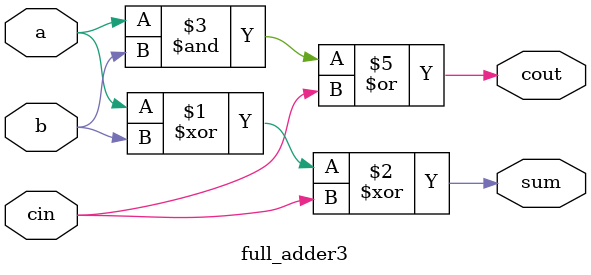
<source format=v>
module full_adder3(a,b,cin,sum,cout);
input a,b,cin;
output sum,cout;
assign sum = a^b^cin;
assign cout = a&b|cin&(1'b1); 
// initial begin
//     $display("The incorrect adder with or0 and and1 having out/1 and in1/1");
// end   
endmodule
</source>
